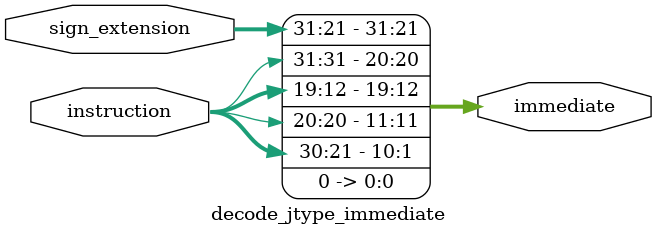
<source format=v>
`include "define.vh"

module instruction_decode (
    input wire [31: 0] instruction,

    output wire [6: 0] opcode,
    output wire [4: 0] source_reg_1,
    output wire [4: 0] source_reg_2,
    output wire [4: 0] destination_reg,
    output wire [2: 0] subfunction_3,
    output wire [6: 0] subfunction_7,
    output wire [31: 0] itype_immediate,
    output wire [31: 0] stype_immediate,
    output wire [31: 0] btype_immediate,
    output wire [31: 0] utype_immediate,
    output wire [31: 0] jtype_immediate
);

assign opcode = instruction[6: 0];
assign source_reg_1 = instruction[19: 15];
assign source_reg_2 = instruction[24: 20];
assign destination_reg = instruction[11: 7];

wire[31: 0] sign_extension;
assign sign_extension = {32{instruction[31]}};

decode_itype_immediate decode_itype_immediate_instance (
    .instruction(instruction),
    .sign_extension(sign_extension),
    .immediate(itype_immediate)
);
decode_stype_immediate decode_stype_immediate_instance (
    .instruction(instruction),
    .sign_extension(sign_extension),
    .immediate(stype_immediate)
);
decode_btype_immediate decode_btype_immediate_instance (
    .instruction(instruction),
    .sign_extension(sign_extension),
    .immediate(btype_immediate)
);
decode_utype_immediate decode_utype_immediate_instance (
    .instruction(instruction),
    .sign_extension(sign_extension),
    .immediate(utype_immediate)
);
decode_jtype_immediate decode_jtype_immediate_instance (
    .instruction(instruction),
    .sign_extension(sign_extension),
    .immediate(jtype_immediate)
);
endmodule




module decode_itype_immediate (
    input wire [31: 0] instruction,
    input wire [31: 0] sign_extension,
    output wire [31: 0] immediate
);

// | imm[11:0] | rs1  | funct3 | rd | opcode |
assign immediate = {sign_extension[31: 12], instruction[31:20]};

endmodule


module decode_stype_immediate (
    input wire [31: 0] instruction,
    input wire [31: 0] sign_extension,
    output wire [31: 0] immediate
);

// | imm[11:5] | rs2 | rs1 | funct3 | imm[4:0] | opcode | 
assign immediate = {sign_extension[31: 12], instruction[31: 25], instruction[11: 7]};

endmodule


module decode_btype_immediate (
    input wire [31: 0] instruction,
    input wire [31: 0] sign_extension,
    output wire [31: 0] immediate
);

// | imm[12|10:5] | rs2 | rs1 | funct3 | imm[4:1|11] | opcode | 
assign immediate = {instruction[31: 13], instruction[31], instruction[7], instruction[30: 25], instruction[11: 8], 1'b0};

endmodule


module decode_utype_immediate (
    input wire [31: 0] instruction,
    input wire [31: 0] sign_extension,
    output wire [31: 0] immediate
);

// | imm[31:12] | rd | opcode | 
assign immediate = {instruction[31: 12], 12'b0};

endmodule

module decode_jtype_immediate (
    input wire [31: 0] instruction,
    input wire [31: 0] sign_extension,
    output wire [31: 0] immediate
);

// | imm[20|10:1|11|19:12] | rd | opcode |
assign immediate = {sign_extension[31: 21], instruction[31], instruction[19: 12], instruction[20], instruction[30: 21], 1'b0};

endmodule

</source>
